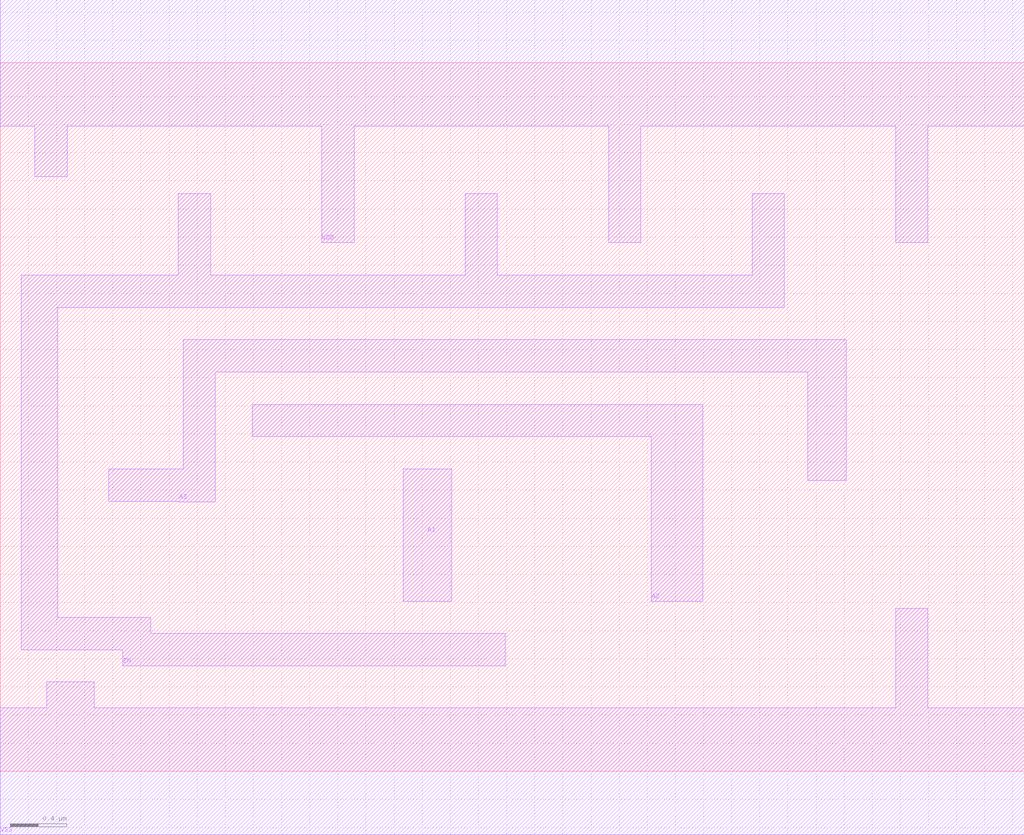
<source format=lef>
# Copyright 2022 GlobalFoundries PDK Authors
#
# Licensed under the Apache License, Version 2.0 (the "License");
# you may not use this file except in compliance with the License.
# You may obtain a copy of the License at
#
#      http://www.apache.org/licenses/LICENSE-2.0
#
# Unless required by applicable law or agreed to in writing, software
# distributed under the License is distributed on an "AS IS" BASIS,
# WITHOUT WARRANTIES OR CONDITIONS OF ANY KIND, either express or implied.
# See the License for the specific language governing permissions and
# limitations under the License.

MACRO gf180mcu_fd_sc_mcu9t5v0__nand3_2
  CLASS core ;
  FOREIGN gf180mcu_fd_sc_mcu9t5v0__nand3_2 0.0 0.0 ;
  ORIGIN 0 0 ;
  SYMMETRY X Y ;
  SITE GF018hv5v_green_sc9 ;
  SIZE 7.28 BY 5.04 ;
  PIN A1
    DIRECTION INPUT ;
    ANTENNAGATEAREA 3.044 ;
    PORT
      LAYER METAL1 ;
        POLYGON 2.865 1.21 3.21 1.21 3.21 2.15 2.865 2.15  ;
    END
  END A1
  PIN A2
    DIRECTION INPUT ;
    ANTENNAGATEAREA 3.044 ;
    PORT
      LAYER METAL1 ;
        POLYGON 1.79 2.38 4.63 2.38 4.63 1.21 4.995 1.21 4.995 2.61 1.79 2.61  ;
    END
  END A2
  PIN A3
    DIRECTION INPUT ;
    ANTENNAGATEAREA 3.044 ;
    PORT
      LAYER METAL1 ;
        POLYGON 0.77 1.92 1.27 1.92 1.27 1.915 1.53 1.915 1.53 2.84 5.74 2.84 5.74 2.07 6.015 2.07 6.015 3.07 1.3 3.07 1.3 2.15 0.77 2.15  ;
    END
  END A3
  PIN ZN
    DIRECTION OUTPUT ;
    ANTENNADIFFAREA 2.964 ;
    PORT
      LAYER METAL1 ;
        POLYGON 0.41 3.3 5.575 3.3 5.575 4.11 5.345 4.11 5.345 3.53 3.535 3.53 3.535 4.11 3.305 4.11 3.305 3.53 1.495 3.53 1.495 4.11 1.265 4.11 1.265 3.53 0.15 3.53 0.15 0.865 0.87 0.865 0.87 0.75 3.59 0.75 3.59 0.98 1.07 0.98 1.07 1.095 0.41 1.095  ;
    END
  END ZN
  PIN VDD
    DIRECTION INOUT ;
    USE power ;
    SHAPE ABUTMENT ;
    PORT
      LAYER METAL1 ;
        POLYGON 0 4.59 0.245 4.59 0.245 4.23 0.475 4.23 0.475 4.59 2.285 4.59 2.285 3.76 2.515 3.76 2.515 4.59 4.325 4.59 4.325 3.76 4.555 3.76 4.555 4.59 6.365 4.59 6.365 3.76 6.595 3.76 6.595 4.59 7.28 4.59 7.28 5.49 0 5.49  ;
    END
  END VDD
  PIN VSS
    DIRECTION INOUT ;
    USE ground ;
    SHAPE ABUTMENT ;
    PORT
      LAYER METAL1 ;
        POLYGON 0 -0.45 7.28 -0.45 7.28 0.45 6.595 0.45 6.595 1.16 6.365 1.16 6.365 0.45 0.67 0.45 0.67 0.635 0.33 0.635 0.33 0.45 0 0.45  ;
    END
  END VSS
END gf180mcu_fd_sc_mcu9t5v0__nand3_2

</source>
